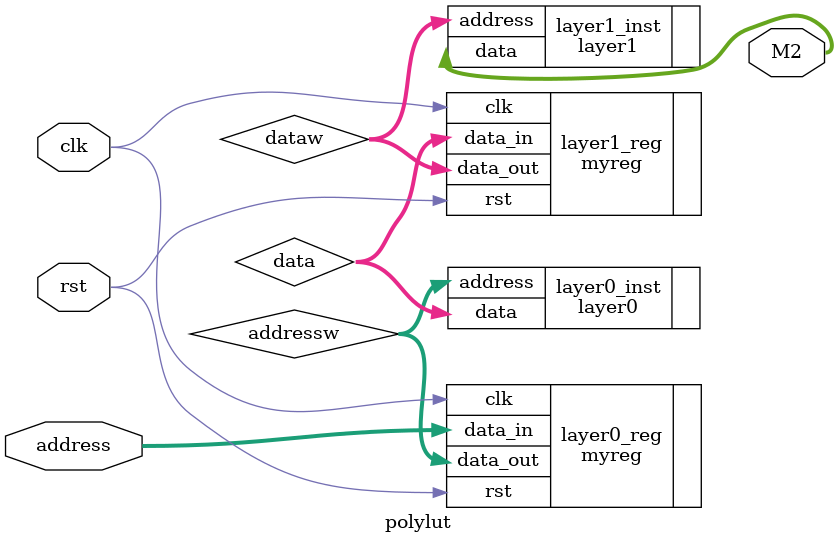
<source format=v>
module polylut (input [63:0] address, input clk, input rst, output[19:0] M2);
wire [63:0] addressw;
myreg #(.DataWidth(64)) layer0_reg (.data_in(address), .clk(clk), .rst(rst), .data_out(addressw));
wire [127:0] data;
layer0 layer0_inst (.address(addressw), .data(data));
wire [127:0] dataw;
myreg #(.DataWidth(128)) layer1_reg (.data_in(data), .clk(clk), .rst(rst), .data_out(dataw));
layer1 layer1_inst (.address(dataw), .data(M2));

endmodule

</source>
